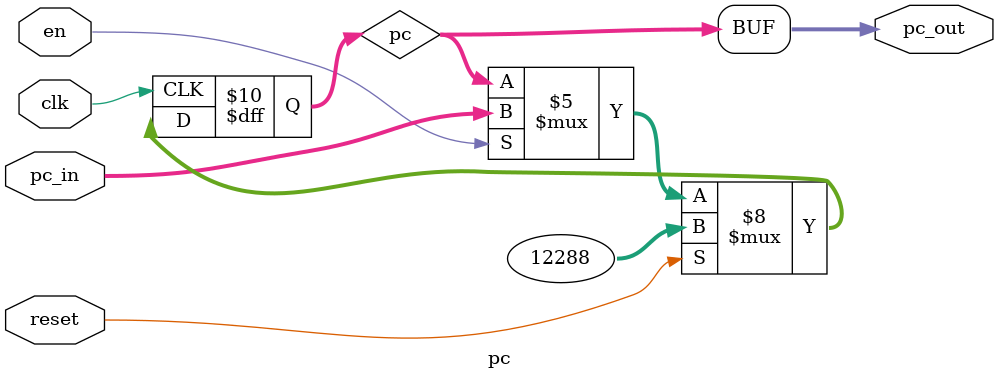
<source format=v>
`timescale 1ns / 1ps
module pc(
    input [31:0] pc_in,
    output [31:0] pc_out,
    input reset,
    input clk,
	 input en
    );

	reg [31:0]pc;
	assign pc_out = pc; 
	initial begin
		pc = 32'h0000_3000;//8'h0000_3000 X£¨µÚÒ»¸öÊý×Ö´ú±íÎ»¿í ²»ÊÇ½øÖÆ£©
	end 
	
	always @(posedge clk) begin
		if(reset==1) begin 
			pc <= 32'h0000_3000;
		end
		else begin
			if(en==1) begin
				pc <= pc_in;
			end
		end
	end
endmodule

</source>
